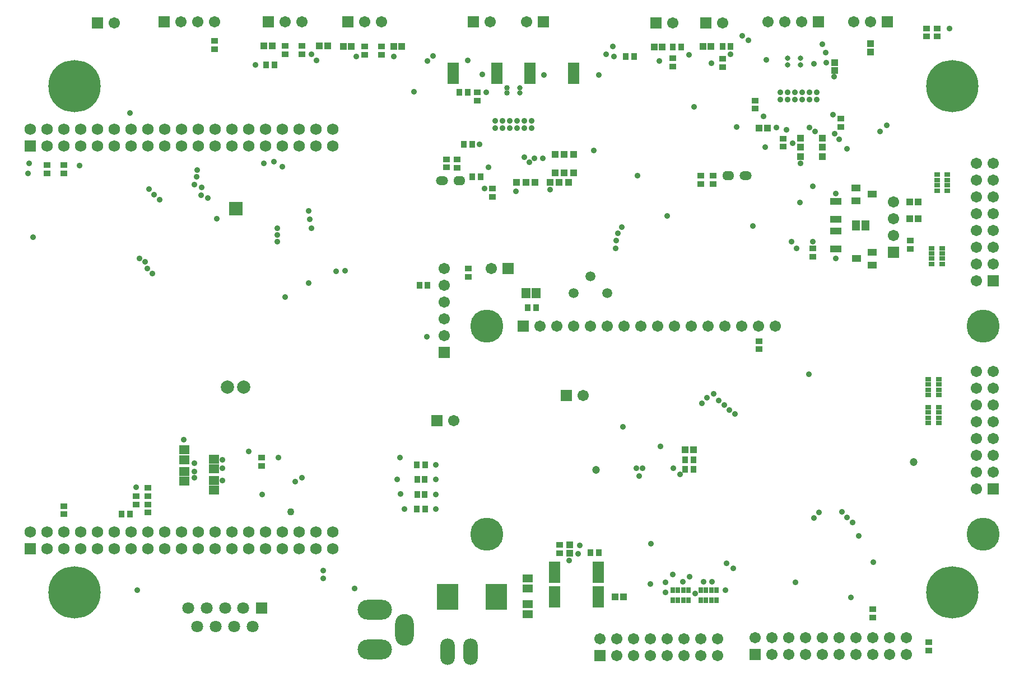
<source format=gbs>
G04*
G04 #@! TF.GenerationSoftware,Altium Limited,Altium Designer,19.0.10 (269)*
G04*
G04 Layer_Color=16711935*
%FSLAX43Y43*%
%MOMM*%
G71*
G01*
G75*
%ADD67R,1.053X0.953*%
%ADD72R,1.103X0.953*%
%ADD73R,1.053X0.903*%
%ADD74R,1.103X1.003*%
%ADD76R,0.903X1.053*%
%ADD77R,1.003X1.103*%
%ADD78R,1.553X1.353*%
%ADD81C,1.703*%
%ADD82R,1.703X1.703*%
%ADD83R,1.703X1.703*%
%ADD84C,5.003*%
%ADD85R,2.003X2.003*%
%ADD86C,2.003*%
%ADD87R,1.803X1.803*%
%ADD88C,1.803*%
%ADD89O,2.203X4.003*%
G04:AMPARAMS|DCode=90|XSize=5.203mm|YSize=3.003mm|CornerRadius=1.502mm|HoleSize=0mm|Usage=FLASHONLY|Rotation=0.000|XOffset=0mm|YOffset=0mm|HoleType=Round|Shape=RoundedRectangle|*
%AMROUNDEDRECTD90*
21,1,5.203,0.000,0,0,0.0*
21,1,2.200,3.003,0,0,0.0*
1,1,3.003,1.100,0.000*
1,1,3.003,-1.100,0.000*
1,1,3.003,-1.100,0.000*
1,1,3.003,1.100,0.000*
%
%ADD90ROUNDEDRECTD90*%
G04:AMPARAMS|DCode=91|XSize=4.803mm|YSize=2.803mm|CornerRadius=1.402mm|HoleSize=0mm|Usage=FLASHONLY|Rotation=270.000|XOffset=0mm|YOffset=0mm|HoleType=Round|Shape=RoundedRectangle|*
%AMROUNDEDRECTD91*
21,1,4.803,0.000,0,0,270.0*
21,1,2.000,2.803,0,0,270.0*
1,1,2.803,0.000,-1.000*
1,1,2.803,0.000,1.000*
1,1,2.803,0.000,1.000*
1,1,2.803,0.000,-1.000*
%
%ADD91ROUNDEDRECTD91*%
%ADD92C,1.503*%
%ADD93O,1.803X1.403*%
G04:AMPARAMS|DCode=94|XSize=1.803mm|YSize=1.403mm|CornerRadius=0.702mm|HoleSize=0mm|Usage=FLASHONLY|Rotation=0.000|XOffset=0mm|YOffset=0mm|HoleType=Round|Shape=RoundedRectangle|*
%AMROUNDEDRECTD94*
21,1,1.803,0.000,0,0,0.0*
21,1,0.400,1.403,0,0,0.0*
1,1,1.403,0.200,0.000*
1,1,1.403,-0.200,0.000*
1,1,1.403,-0.200,0.000*
1,1,1.403,0.200,0.000*
%
%ADD94ROUNDEDRECTD94*%
%ADD95C,1.753*%
%ADD96R,1.753X1.753*%
%ADD97C,7.903*%
%ADD98C,0.903*%
%ADD99C,1.103*%
%ADD100C,1.203*%
%ADD101C,0.803*%
%ADD102C,0.853*%
%ADD149R,3.203X4.013*%
%ADD150R,0.953X1.103*%
%ADD151R,0.953X1.053*%
%ADD152R,1.053X1.103*%
%ADD153R,1.553X1.253*%
%ADD154R,1.303X1.553*%
%ADD155R,1.353X1.553*%
%ADD156R,1.403X1.003*%
%ADD157R,1.753X1.103*%
%ADD158R,1.703X3.203*%
%ADD159R,0.903X0.703*%
%ADD160R,0.703X0.903*%
D67*
X163050Y135875D02*
D03*
Y137125D02*
D03*
D72*
X189250Y55125D02*
D03*
Y53875D02*
D03*
X180830Y60125D02*
D03*
Y58875D02*
D03*
X81330Y144875D02*
D03*
Y146125D02*
D03*
X71230Y78500D02*
D03*
Y77250D02*
D03*
X58530Y75750D02*
D03*
Y74500D02*
D03*
X88425Y81793D02*
D03*
Y83043D02*
D03*
X171700Y113475D02*
D03*
Y114725D02*
D03*
X186480Y114675D02*
D03*
Y115925D02*
D03*
X163600Y99475D02*
D03*
Y100725D02*
D03*
X118000Y128225D02*
D03*
Y126975D02*
D03*
X156650Y124475D02*
D03*
Y125725D02*
D03*
D73*
X119650Y110425D02*
D03*
Y111675D02*
D03*
X188900Y148050D02*
D03*
Y146800D02*
D03*
X123300Y123790D02*
D03*
Y122540D02*
D03*
X176000Y134375D02*
D03*
Y133125D02*
D03*
X121000Y137100D02*
D03*
Y138350D02*
D03*
X150610Y142250D02*
D03*
Y143500D02*
D03*
X158070Y142175D02*
D03*
Y143425D02*
D03*
X167250Y130125D02*
D03*
Y131375D02*
D03*
X190500Y146800D02*
D03*
Y148050D02*
D03*
X71230Y76000D02*
D03*
Y74750D02*
D03*
X55990Y127375D02*
D03*
Y126125D02*
D03*
X58530Y127375D02*
D03*
Y126125D02*
D03*
X69500Y76000D02*
D03*
Y77250D02*
D03*
X94540Y145400D02*
D03*
Y144150D02*
D03*
X92000D02*
D03*
Y145400D02*
D03*
X106540Y145300D02*
D03*
Y144050D02*
D03*
X104000D02*
D03*
Y145300D02*
D03*
X133500Y69875D02*
D03*
Y68625D02*
D03*
X154800Y125725D02*
D03*
Y124475D02*
D03*
X116400Y126995D02*
D03*
Y128245D02*
D03*
D74*
X173215Y130050D02*
D03*
Y131450D02*
D03*
Y128650D02*
D03*
X175000Y142875D02*
D03*
Y141625D02*
D03*
X169875Y128650D02*
D03*
Y131450D02*
D03*
Y130050D02*
D03*
X180500Y145750D02*
D03*
Y144500D02*
D03*
X135000Y69875D02*
D03*
Y68625D02*
D03*
D76*
X121500Y125600D02*
D03*
X120250D02*
D03*
X113075Y79750D02*
D03*
X111925D02*
D03*
X119600Y138350D02*
D03*
X118350D02*
D03*
X150610Y145250D02*
D03*
X151860D02*
D03*
X158070Y145300D02*
D03*
X159320D02*
D03*
X113125Y75250D02*
D03*
X111875D02*
D03*
Y82000D02*
D03*
X113125D02*
D03*
X111925Y77500D02*
D03*
X113075D02*
D03*
X152445Y81268D02*
D03*
X153695D02*
D03*
Y82768D02*
D03*
X152445D02*
D03*
X138125Y68650D02*
D03*
X139375D02*
D03*
D77*
X102000Y145300D02*
D03*
X147750Y145250D02*
D03*
X149000D02*
D03*
X134800Y124700D02*
D03*
X132000D02*
D03*
X133400D02*
D03*
X126950D02*
D03*
X129750D02*
D03*
X128350D02*
D03*
X135573Y128950D02*
D03*
X132773D02*
D03*
X134173D02*
D03*
X135573Y126200D02*
D03*
X132773D02*
D03*
X134173D02*
D03*
X163625Y132950D02*
D03*
X164875D02*
D03*
X156370Y145300D02*
D03*
X155120D02*
D03*
X100750D02*
D03*
X97125Y145400D02*
D03*
X98375D02*
D03*
X108375Y145300D02*
D03*
X109625D02*
D03*
X90000Y145400D02*
D03*
X88750D02*
D03*
X187625Y121750D02*
D03*
X186375D02*
D03*
X187625Y119210D02*
D03*
X186375D02*
D03*
X152445Y84268D02*
D03*
X153695D02*
D03*
D78*
X81250Y79592D02*
D03*
Y78143D02*
D03*
X76750Y79525D02*
D03*
Y80975D02*
D03*
X81250Y82842D02*
D03*
Y81393D02*
D03*
X76750Y82775D02*
D03*
Y84225D02*
D03*
D81*
X117500Y88662D02*
D03*
X137040Y92500D02*
D03*
X116000Y101500D02*
D03*
Y104040D02*
D03*
Y106580D02*
D03*
Y109120D02*
D03*
Y111660D02*
D03*
X123150Y111700D02*
D03*
X66150Y148900D02*
D03*
X166100Y103000D02*
D03*
X163560D02*
D03*
X161020D02*
D03*
X158480D02*
D03*
X155940D02*
D03*
X153400D02*
D03*
X150860D02*
D03*
X148320D02*
D03*
X145780D02*
D03*
X143240D02*
D03*
X140700D02*
D03*
X138160D02*
D03*
X135620D02*
D03*
X133080D02*
D03*
X130540D02*
D03*
X163050Y55790D02*
D03*
X165590Y53250D02*
D03*
Y55790D02*
D03*
X168130Y53250D02*
D03*
Y55790D02*
D03*
X170670Y53250D02*
D03*
Y55790D02*
D03*
X173210Y53250D02*
D03*
Y55790D02*
D03*
X175750Y53250D02*
D03*
Y55790D02*
D03*
X178290Y53250D02*
D03*
Y55790D02*
D03*
X180830Y53250D02*
D03*
Y55790D02*
D03*
X185910D02*
D03*
Y53250D02*
D03*
X183370Y55790D02*
D03*
Y53250D02*
D03*
X170070Y149050D02*
D03*
X167530D02*
D03*
X164990D02*
D03*
X177960Y149000D02*
D03*
X180500D02*
D03*
X196460Y127620D02*
D03*
X199000D02*
D03*
X196460Y125080D02*
D03*
X199000D02*
D03*
X196460Y122540D02*
D03*
X199000D02*
D03*
X196460Y120000D02*
D03*
X199000D02*
D03*
X196460Y117460D02*
D03*
X199000D02*
D03*
X196460Y114920D02*
D03*
X199000D02*
D03*
X196460Y112380D02*
D03*
X199000D02*
D03*
X196460Y109840D02*
D03*
Y78340D02*
D03*
X199000Y80880D02*
D03*
X196460D02*
D03*
X199000Y83420D02*
D03*
X196460D02*
D03*
X199000Y85960D02*
D03*
X196460D02*
D03*
X199000Y88500D02*
D03*
X196460D02*
D03*
X199000Y91040D02*
D03*
X196460D02*
D03*
X199000Y93580D02*
D03*
X196460D02*
D03*
X199000Y96120D02*
D03*
X196460D02*
D03*
X139590Y55660D02*
D03*
X142130Y53120D02*
D03*
Y55660D02*
D03*
X144670Y53120D02*
D03*
Y55660D02*
D03*
X147210Y53120D02*
D03*
Y55660D02*
D03*
X149750Y53120D02*
D03*
Y55660D02*
D03*
X152290Y53120D02*
D03*
Y55660D02*
D03*
X154830Y53120D02*
D03*
Y55660D02*
D03*
X157370Y53120D02*
D03*
Y55660D02*
D03*
X158070Y148900D02*
D03*
X150610D02*
D03*
X92021Y149000D02*
D03*
X94561D02*
D03*
X104000D02*
D03*
X106540D02*
D03*
X183900Y121750D02*
D03*
Y119210D02*
D03*
Y116670D02*
D03*
X81330Y149050D02*
D03*
X78790D02*
D03*
X76250D02*
D03*
X123000Y149000D02*
D03*
X128460D02*
D03*
D82*
X114960Y88662D02*
D03*
X134500Y92500D02*
D03*
X125690Y111700D02*
D03*
X63610Y148900D02*
D03*
X128000Y103000D02*
D03*
X163050Y53250D02*
D03*
X172610Y149050D02*
D03*
X183040Y149000D02*
D03*
X139590Y53120D02*
D03*
X155530Y148900D02*
D03*
X148070D02*
D03*
X89481Y149000D02*
D03*
X101460D02*
D03*
X73710Y149050D02*
D03*
X120460Y149000D02*
D03*
X131000D02*
D03*
D83*
X116000Y98960D02*
D03*
X199000Y109840D02*
D03*
Y78340D02*
D03*
X183900Y114130D02*
D03*
D84*
X197500Y103000D02*
D03*
Y71500D02*
D03*
X122500D02*
D03*
Y103000D02*
D03*
D85*
X84500Y120750D02*
D03*
D86*
X85750Y93750D02*
D03*
X83250D02*
D03*
D87*
X88425Y60340D02*
D03*
D88*
X77345D02*
D03*
X80115D02*
D03*
X82885D02*
D03*
X85655D02*
D03*
X78730Y57500D02*
D03*
X81500D02*
D03*
X84270D02*
D03*
X87040D02*
D03*
D89*
X116500Y53670D02*
D03*
X120000D02*
D03*
D90*
X105500Y60020D02*
D03*
Y54020D02*
D03*
D91*
X110000Y57020D02*
D03*
D92*
X138160Y110520D02*
D03*
X140700Y107980D02*
D03*
X135620D02*
D03*
D93*
X158950Y125750D02*
D03*
X118300Y125000D02*
D03*
D94*
X161550Y125750D02*
D03*
X115700Y125000D02*
D03*
D95*
X76310Y71790D02*
D03*
X73770D02*
D03*
X76310Y69250D02*
D03*
X73770D02*
D03*
X71230Y71790D02*
D03*
Y69250D02*
D03*
X55990D02*
D03*
X58530D02*
D03*
X61070D02*
D03*
X63610D02*
D03*
X66150D02*
D03*
X68690D02*
D03*
X53450Y71790D02*
D03*
X55990D02*
D03*
X58530D02*
D03*
X61070D02*
D03*
X63610D02*
D03*
X66150D02*
D03*
X68690D02*
D03*
X91550D02*
D03*
X89010D02*
D03*
X86470D02*
D03*
X83930D02*
D03*
X81390D02*
D03*
X78850D02*
D03*
X91550Y69250D02*
D03*
X89010D02*
D03*
X86470D02*
D03*
X83930D02*
D03*
X81390D02*
D03*
X78850D02*
D03*
X94090D02*
D03*
Y71790D02*
D03*
X96630Y69250D02*
D03*
X99170D02*
D03*
X96630Y71790D02*
D03*
X99170D02*
D03*
X99170Y132790D02*
D03*
X96630D02*
D03*
X99170Y130250D02*
D03*
X96630D02*
D03*
X94090Y132790D02*
D03*
Y130250D02*
D03*
X78850D02*
D03*
X81390D02*
D03*
X83930D02*
D03*
X86470D02*
D03*
X89010D02*
D03*
X91550D02*
D03*
X78850Y132790D02*
D03*
X81390D02*
D03*
X83930D02*
D03*
X86470D02*
D03*
X89010D02*
D03*
X91550D02*
D03*
X68690D02*
D03*
X66150D02*
D03*
X63610D02*
D03*
X61070D02*
D03*
X58530D02*
D03*
X55990D02*
D03*
X53450D02*
D03*
X68690Y130250D02*
D03*
X66150D02*
D03*
X63610D02*
D03*
X61070D02*
D03*
X58530D02*
D03*
X55990D02*
D03*
X71230D02*
D03*
Y132790D02*
D03*
X73770Y130250D02*
D03*
X76310D02*
D03*
X73770Y132790D02*
D03*
X76310D02*
D03*
D96*
X53450Y69250D02*
D03*
X53450Y130250D02*
D03*
D97*
X192840Y139300D02*
D03*
Y62700D02*
D03*
X60160D02*
D03*
Y139300D02*
D03*
D98*
X123750Y132950D02*
D03*
Y134050D02*
D03*
X124850Y132950D02*
D03*
Y134050D02*
D03*
X125950Y132950D02*
D03*
Y134050D02*
D03*
X127050Y132950D02*
D03*
Y134050D02*
D03*
X128150D02*
D03*
X129250D02*
D03*
X128150Y132950D02*
D03*
X129250D02*
D03*
X171950Y142650D02*
D03*
X176900Y129800D02*
D03*
X192400Y148050D02*
D03*
X159150Y90300D02*
D03*
X158350Y91000D02*
D03*
X157550Y91700D02*
D03*
X156770Y92700D02*
D03*
X155000Y91250D02*
D03*
X155700Y92100D02*
D03*
X161100Y146900D02*
D03*
X141500Y145300D02*
D03*
X162000Y146250D02*
D03*
X140500Y144129D02*
D03*
X175750Y131250D02*
D03*
X90300Y127900D02*
D03*
X175000Y132100D02*
D03*
X181900Y132427D02*
D03*
X182950Y133350D02*
D03*
X142850Y117950D02*
D03*
X142300Y117000D02*
D03*
X142050Y115950D02*
D03*
X168700Y130700D02*
D03*
X167750Y132700D02*
D03*
X174750Y135000D02*
D03*
X164250Y134750D02*
D03*
X172100Y132427D02*
D03*
X171200Y133000D02*
D03*
X173750Y142875D02*
D03*
X174975Y140773D02*
D03*
X166200Y133000D02*
D03*
X145100Y81500D02*
D03*
X53900Y116450D02*
D03*
X53100Y126100D02*
D03*
X53300Y127651D02*
D03*
X96000Y117800D02*
D03*
X90800Y115800D02*
D03*
X95750Y119150D02*
D03*
X90800Y116800D02*
D03*
X95550Y120450D02*
D03*
X90800Y117800D02*
D03*
X73000Y122150D02*
D03*
X71400Y123700D02*
D03*
X72200Y122900D02*
D03*
X81650Y119240D02*
D03*
X92000Y107400D02*
D03*
X113400Y101400D02*
D03*
X177750Y73225D02*
D03*
X70833Y112669D02*
D03*
X176925Y74000D02*
D03*
X71181Y111669D02*
D03*
X178700Y71250D02*
D03*
X176169Y74890D02*
D03*
X71900Y110900D02*
D03*
X172700Y74800D02*
D03*
X171900Y73900D02*
D03*
X88750Y127620D02*
D03*
X95500Y109500D02*
D03*
X159700Y66300D02*
D03*
X158700Y67100D02*
D03*
X60950Y127300D02*
D03*
X126900Y123400D02*
D03*
X132000Y123650D02*
D03*
X108875Y79750D02*
D03*
X94500Y80000D02*
D03*
X101054Y111354D02*
D03*
X109395Y77605D02*
D03*
X93500Y79400D02*
D03*
X99700Y111250D02*
D03*
X141900Y114700D02*
D03*
X113500Y143100D02*
D03*
X119600Y143200D02*
D03*
X68500Y135250D02*
D03*
X114350Y143900D02*
D03*
X138600Y129600D02*
D03*
X128125Y128577D02*
D03*
X128856Y127800D02*
D03*
X130900Y128400D02*
D03*
X145200Y125725D02*
D03*
X172300Y138350D02*
D03*
Y137250D02*
D03*
X171200Y138350D02*
D03*
Y137250D02*
D03*
X170100Y138350D02*
D03*
Y137250D02*
D03*
X169000Y138350D02*
D03*
Y137250D02*
D03*
X167900Y138350D02*
D03*
Y137250D02*
D03*
X166800Y138350D02*
D03*
Y137250D02*
D03*
X145500Y80300D02*
D03*
X146000Y81500D02*
D03*
X70000Y113250D02*
D03*
X79400Y124000D02*
D03*
X79300Y122800D02*
D03*
X78600Y125550D02*
D03*
X78730Y126600D02*
D03*
X129700Y128400D02*
D03*
X141684Y143750D02*
D03*
X173675Y144400D02*
D03*
X173171Y145650D02*
D03*
X169800Y121700D02*
D03*
X169300Y114700D02*
D03*
X160000Y89700D02*
D03*
X153096Y65004D02*
D03*
X150550Y65400D02*
D03*
X122100Y123790D02*
D03*
X122750Y127000D02*
D03*
X162700Y118100D02*
D03*
X171150Y95700D02*
D03*
X171700Y124100D02*
D03*
Y115800D02*
D03*
X153800Y136200D02*
D03*
X69600Y63050D02*
D03*
X147210Y63900D02*
D03*
X169100Y64200D02*
D03*
X76700Y85800D02*
D03*
X69500Y78600D02*
D03*
X110020Y75300D02*
D03*
X114750Y75250D02*
D03*
X102500Y63300D02*
D03*
X134900Y67500D02*
D03*
X91550Y127100D02*
D03*
X80300Y122400D02*
D03*
X78300Y124400D02*
D03*
X121400Y130500D02*
D03*
X122400Y138400D02*
D03*
X121800Y141100D02*
D03*
X131100Y141000D02*
D03*
X139425Y140975D02*
D03*
X168525Y115750D02*
D03*
X164500Y130050D02*
D03*
X149500Y64200D02*
D03*
Y62700D02*
D03*
X91000Y83043D02*
D03*
X180905Y67250D02*
D03*
X97750Y65975D02*
D03*
Y64750D02*
D03*
X111450Y138425D02*
D03*
X88500Y77500D02*
D03*
X87500Y142500D02*
D03*
X108375Y143750D02*
D03*
X96750Y143150D02*
D03*
X96000Y144129D02*
D03*
X102750Y143750D02*
D03*
X109340Y83043D02*
D03*
X159320Y144129D02*
D03*
X156400Y142750D02*
D03*
X153000Y144000D02*
D03*
X148500Y143100D02*
D03*
X169875Y127620D02*
D03*
X160250Y133100D02*
D03*
X149750Y119620D02*
D03*
X164750Y143250D02*
D03*
X175250Y113250D02*
D03*
Y123000D02*
D03*
X156500Y64250D02*
D03*
X155250D02*
D03*
X154000Y62500D02*
D03*
X152120Y64250D02*
D03*
X82500Y79592D02*
D03*
Y82768D02*
D03*
Y81467D02*
D03*
X78250Y80000D02*
D03*
Y81000D02*
D03*
Y82250D02*
D03*
X86470Y84000D02*
D03*
X177500Y61950D02*
D03*
X158500Y63000D02*
D03*
X114750Y82000D02*
D03*
Y77500D02*
D03*
Y79750D02*
D03*
X151702Y80525D02*
D03*
X143000Y87750D02*
D03*
X150695Y81467D02*
D03*
X148750Y84750D02*
D03*
X147250Y70000D02*
D03*
X136250Y68500D02*
D03*
X136500Y69750D02*
D03*
D99*
X92850Y74890D02*
D03*
D100*
X187000Y82400D02*
D03*
X139000Y81200D02*
D03*
D101*
X167925Y143508D02*
D03*
X169875Y143500D02*
D03*
X167925Y142500D02*
D03*
X169875D02*
D03*
X127500Y139000D02*
D03*
Y138300D02*
D03*
D102*
X125500Y138300D02*
D03*
X125525Y139000D02*
D03*
D149*
X116500Y62000D02*
D03*
X123900D02*
D03*
D150*
X112275Y109125D02*
D03*
X113525D02*
D03*
X90375Y142500D02*
D03*
X89125D02*
D03*
X144750Y143750D02*
D03*
X143500D02*
D03*
X67250Y74500D02*
D03*
X68500D02*
D03*
X129875Y105750D02*
D03*
X128625D02*
D03*
D151*
X118975Y130500D02*
D03*
X120225D02*
D03*
D152*
X143150Y62000D02*
D03*
X141850D02*
D03*
D153*
X128625Y60875D02*
D03*
Y59375D02*
D03*
Y64750D02*
D03*
Y63250D02*
D03*
D154*
X179700Y118250D02*
D03*
X178300D02*
D03*
D155*
X128425Y107960D02*
D03*
X129875D02*
D03*
D156*
X180690Y122920D02*
D03*
X178290Y123870D02*
D03*
Y121970D02*
D03*
X180750Y114130D02*
D03*
Y112230D02*
D03*
X178350Y113180D02*
D03*
D157*
X175250Y114675D02*
D03*
Y117325D02*
D03*
Y121825D02*
D03*
Y119175D02*
D03*
D158*
X117400Y141250D02*
D03*
X124000D02*
D03*
X128950D02*
D03*
X135550D02*
D03*
X132700Y65750D02*
D03*
X139300D02*
D03*
X132700Y62000D02*
D03*
X139300D02*
D03*
D159*
X192100Y125080D02*
D03*
Y124280D02*
D03*
Y123480D02*
D03*
Y125880D02*
D03*
X190500Y125080D02*
D03*
Y124280D02*
D03*
Y123480D02*
D03*
Y125880D02*
D03*
X189700Y114779D02*
D03*
Y112379D02*
D03*
Y113179D02*
D03*
Y113979D02*
D03*
X191300Y114779D02*
D03*
Y112379D02*
D03*
Y113179D02*
D03*
Y113979D02*
D03*
X189200Y94950D02*
D03*
Y92550D02*
D03*
Y93350D02*
D03*
Y94150D02*
D03*
X190800Y94950D02*
D03*
Y92550D02*
D03*
Y93350D02*
D03*
Y94150D02*
D03*
X189200Y90700D02*
D03*
Y88300D02*
D03*
Y89100D02*
D03*
Y89900D02*
D03*
X190800Y90700D02*
D03*
Y88300D02*
D03*
Y89100D02*
D03*
Y89900D02*
D03*
D160*
X157200Y63050D02*
D03*
X154800D02*
D03*
X155600D02*
D03*
X156400D02*
D03*
X157200Y61450D02*
D03*
X154800D02*
D03*
X155600D02*
D03*
X156400D02*
D03*
X152950Y63050D02*
D03*
X150550D02*
D03*
X151350D02*
D03*
X152150D02*
D03*
X152950Y61450D02*
D03*
X150550D02*
D03*
X151350D02*
D03*
X152150D02*
D03*
M02*

</source>
